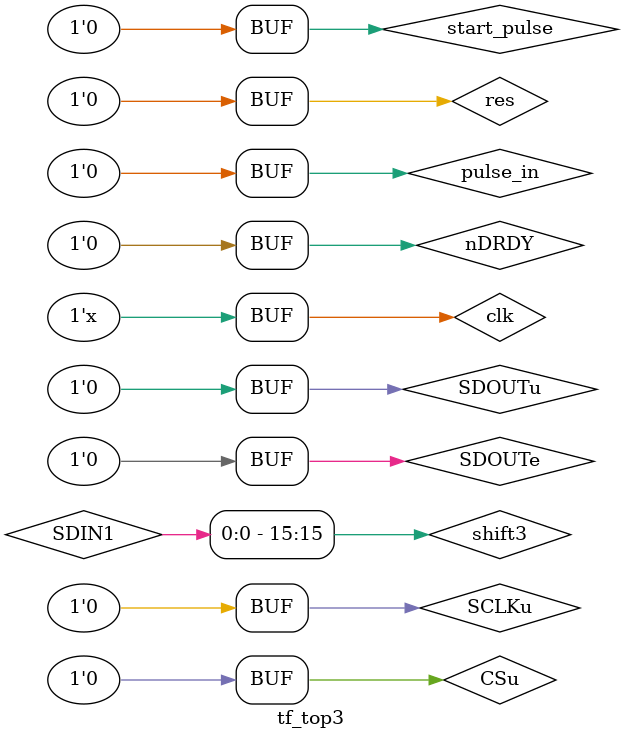
<source format=v>
`timescale 1ns / 1ns


module tf_top3;

	// Inputs
	reg clk;
	reg res;
	reg start_pulse;
	reg pulse_in;
	
	reg nDRDY;
	reg SDIN1;
	wire SCLK1;
	
/////////////	
	reg CSu;
	reg SDOUTu;
	reg SCLKu;
	wire SDINu;
/////////////////

/////////
   reg SDOUTe; 
	wire SDIN; 
   wire SCLKe; 
   wire [3:0] CSe;

/////////

	
	
/////////////	
	wire relayAp; 
   wire relayAn; 
   wire relayBp; 
   wire relayBn; 
   wire Clk_Out; 
/////////////////////	
	
reg [1:0] shift1;
reg [1:0] shift2;
reg [15:0] shift3;
reg [15:0] cnt;

wire pedge;
wire nedge;
wire data_done;
	
	
	// Instantiate the module
top_ADC_buff_EEPROM5 top3 (
    .clk(clk), 
    .res(res), 
    .start_pulse(start_pulse), 
    .data_done(data_done), 
    .pulse_in(pulse_in), 
    .relayAp(relayAp), 
    .relayAn(relayAn), 
    .relayBp(relayBp), 
    .relayBn(relayBn), 
    .Clk_Out(Clk_Out), 
    .SDOUTu(SDOUTu), 
    .SCLKu(SCLKu), 
    .CSu(CSu), 
    .SDINu(SDINu), 
    .nDRDY(nDRDY), 
    .SDIN1(SDIN1), 
    .SCLK1(SCLK1), 
    .SDOUTe(SDOUTe), 
    .SDINe(SDINe), 
    .SCLKe(SCLKe), 
    .CSe(CSe)
    );
	
	
	
	// Instantiate the Unit Under Test (UUT)

	initial begin
		// Initialize Inputs
		clk = 0;
		res = 0;
		start_pulse = 0;
		nDRDY = 0;
		SDIN1 =0 ;
		
		CSu=0;
	   SDOUTu=0;
	   SCLKu=0;
		SDOUTe=0;
		pulse_in=0;

		// Wait 100 ns for global reset to finish
		#100 res=1;
		#100 res=0;
       

      #100 start_pulse=1;
		#100 start_pulse=0;	

		//#35_000_000 res=1;
		//#100 res=0;
		//#5_000_000 start_pulse=1;
		//#100 start_pulse=0;
		// Add stimulus here

	end
always 
#20 clk = ~clk; 

always @(shift3)
SDIN1=shift3[15];

always @(posedge clk  or posedge res)
if (res)
	shift1<= 0;
else 
	shift1<={shift1[0],nDRDY};

assign pedge=(~shift1[1])&shift1[0];

always @(posedge clk or posedge res)
if (res)
	cnt<= 0;
else if (pedge)
	cnt<=cnt+1;
else
  cnt <=cnt;	


always @(posedge clk  or posedge res)
if (res)
	shift2<= 0;
else 
	shift2<={shift2[0],SCLK1};

assign nedge=(shift2[1])&(~shift2[0]);

always @(posedge clk  or posedge res)
if (res)
	shift3<= 0;
else if (pedge)
  shift3<=cnt;
else if (nedge)  
	shift3<={shift3[14:0],1'b0};
else
  shift3<=shift3;	

	
always 
begin
#31000 nDRDY=1;
#250 nDRDY=0;
end


endmodule

</source>
